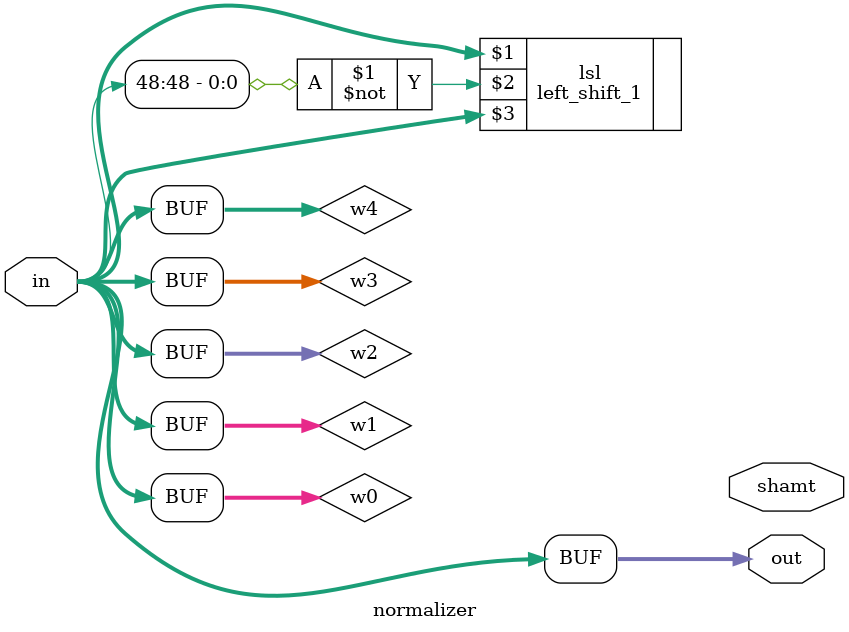
<source format=v>
module normalizer(in, out, shamt
	);

	// Assigning ports as in/out
	inout [48:0] in;
	output [48:0] out;
	output [8:0] shamt;

	// Logic connections
	wire [48:0] w0, w1, w2, w3, w4;
	genvar i;
	generate
	for (i = 0; i<49; i = i + 1) begin : name
		buf #5 (w1[i], w0[i]);
		buf #5 (w2[i], w1[i]);
		buf #5 (w3[i], w2[i]);
		buf #5 (w4[i], w3[i]);
		buf #5 (in[i], w4[i]);
	end
	endgenerate

	assign out = in;
	left_shift_1 lsl(in, ~w0[48], w0);

endmodule

</source>
